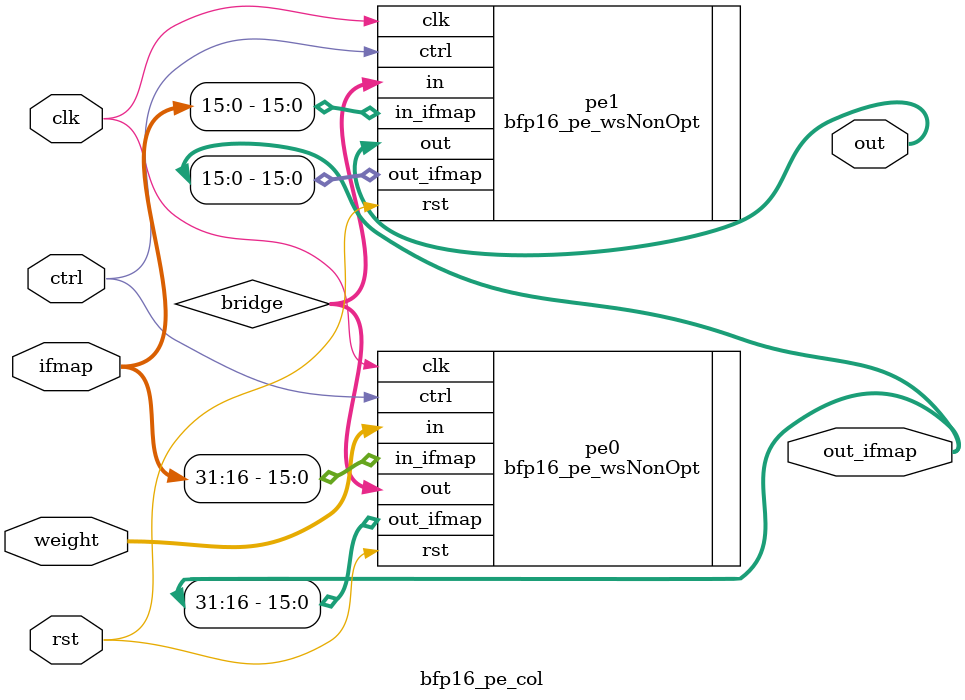
<source format=v>
`timescale 1ns / 1ps


// 2-State PE : HOLD or not
// HOLD   - Ready to multiply-and-Add, Pipelined psum
// input 	: ifmap, psum
// output : ifmap, psum
//
// or not - Pipelined weight
// input 	: weight
// output : weight

//
//
//
//
//
//



// NOTE: OPTIMIZATION "Weight Prefetch" TO BE CONSIDERED
/////////////////////////////////////////////////////////////


module bfp16_pe_col # (
												parameter DEPTH = 2 ) (
												clk,
												rst,
												ctrl,
												weight,
												ifmap,
												out,
												out_ifmap
											);

	input  clk;
	input  rst;
	input  ctrl;
	input  [15:0]	weight;
	input  [31:0] ifmap;
	output [31:0] out_ifmap;
	output [15:0] out;

	wire	 [15:0] bridge;

	bfp16_pe_wsNonOpt pe0(
		.clk(clk),
		.rst(rst),
		.ctrl(ctrl),
		.in(weight),
		.in_ifmap(ifmap[16*DEPTH-1:16]),
		.out(bridge),
		.out_ifmap(out_ifmap[16*DEPTH-1:16])
	);

	bfp16_pe_wsNonOpt pe1(
		.clk(clk),
		.rst(rst),
		.ctrl(ctrl),
		.in(bridge),
		.in_ifmap(ifmap[16*(DEPTH-1)-1:0]),
		.out(out),
		.out_ifmap(out_ifmap[16*(DEPTH-1)-1:0])
	);

endmodule
</source>
